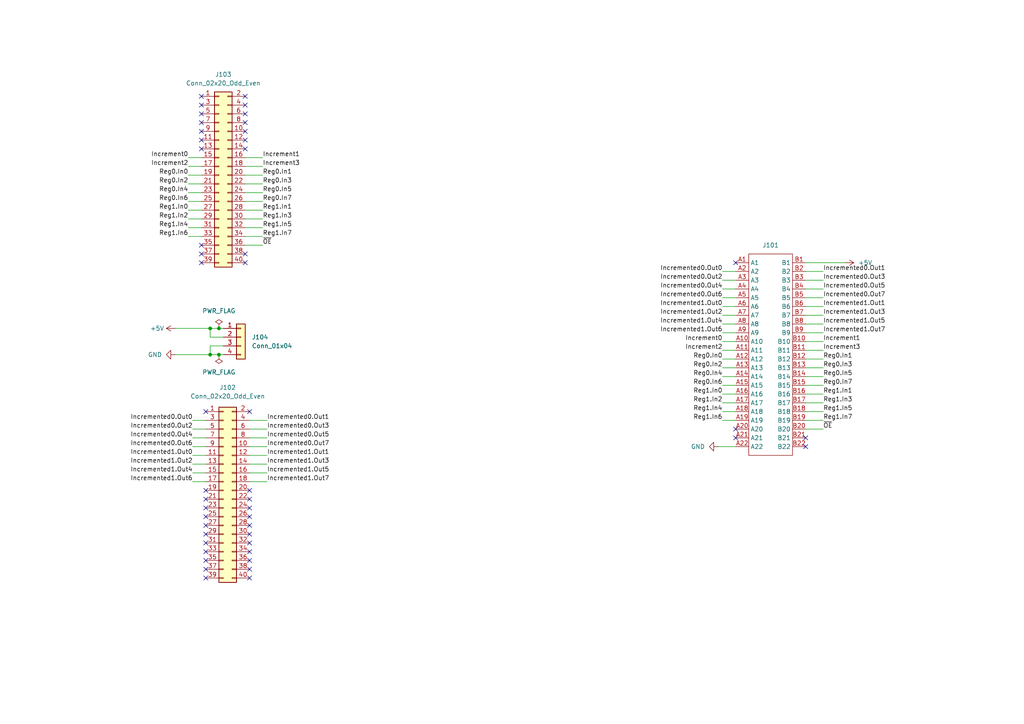
<source format=kicad_sch>
(kicad_sch (version 20231120) (generator "eeschema") (generator_version "8.0")
  (paper "A4")
  (title_block (title "Incrementer Connector"))
  (lib_symbols
    (symbol "BoardEdgeConnectors:TE-5530843-4"
      (property "Reference" "J" (at -0.254 30.988 0))
      (symbol "TE-5530843-4_0_1"
        (rectangle (start -6.35 29.21) (end 6.35 -29.21))
      )
      (symbol "TE-5530843-4_1_1"
        (pin passive line (at -10.16 26.67 0) (length 3.81) (name "A1") (number "A1"))
        (pin passive line (at -10.16 3.81 0) (length 3.81) (name "A10") (number "A10"))
        (pin passive line (at -10.16 1.27 0) (length 3.81) (name "A11") (number "A11"))
        (pin passive line (at -10.16 -1.27 0) (length 3.81) (name "A12") (number "A12"))
        (pin passive line (at -10.16 -3.81 0) (length 3.81) (name "A13") (number "A13"))
        (pin passive line (at -10.16 -6.35 0) (length 3.81) (name "A14") (number "A14"))
        (pin passive line (at -10.16 -8.89 0) (length 3.81) (name "A15") (number "A15"))
        (pin passive line (at -10.16 -11.43 0) (length 3.81) (name "A16") (number "A16"))
        (pin passive line (at -10.16 -13.97 0) (length 3.81) (name "A17") (number "A17"))
        (pin passive line (at -10.16 -16.51 0) (length 3.81) (name "A18") (number "A18"))
        (pin passive line (at -10.16 -19.05 0) (length 3.81) (name "A19") (number "A19"))
        (pin passive line (at -10.16 24.13 0) (length 3.81) (name "A2") (number "A2"))
        (pin passive line (at -10.16 -21.59 0) (length 3.81) (name "A20") (number "A20"))
        (pin passive line (at -10.16 -24.13 0) (length 3.81) (name "A21") (number "A21"))
        (pin passive line (at -10.16 -26.67 0) (length 3.81) (name "A22") (number "A22"))
        (pin passive line (at -10.16 21.59 0) (length 3.81) (name "A3") (number "A3"))
        (pin passive line (at -10.16 19.05 0) (length 3.81) (name "A4") (number "A4"))
        (pin passive line (at -10.16 16.51 0) (length 3.81) (name "A5") (number "A5"))
        (pin passive line (at -10.16 13.97 0) (length 3.81) (name "A6") (number "A6"))
        (pin passive line (at -10.16 11.43 0) (length 3.81) (name "A7") (number "A7"))
        (pin passive line (at -10.16 8.89 0) (length 3.81) (name "A8") (number "A8"))
        (pin passive line (at -10.16 6.35 0) (length 3.81) (name "A9") (number "A9"))
        (pin passive line (at 10.16 26.67 180) (length 3.81) (name "B1") (number "B1"))
        (pin passive line (at 10.16 3.81 180) (length 3.81) (name "B10") (number "B10"))
        (pin passive line (at 10.16 1.27 180) (length 3.81) (name "B11") (number "B11"))
        (pin passive line (at 10.16 -1.27 180) (length 3.81) (name "B12") (number "B12"))
        (pin passive line (at 10.16 -3.81 180) (length 3.81) (name "B13") (number "B13"))
        (pin passive line (at 10.16 -6.35 180) (length 3.81) (name "B14") (number "B14"))
        (pin passive line (at 10.16 -8.89 180) (length 3.81) (name "B15") (number "B15"))
        (pin passive line (at 10.16 -11.43 180) (length 3.81) (name "B16") (number "B16"))
        (pin passive line (at 10.16 -13.97 180) (length 3.81) (name "B17") (number "B17"))
        (pin passive line (at 10.16 -16.51 180) (length 3.81) (name "B18") (number "B18"))
        (pin passive line (at 10.16 -19.05 180) (length 3.81) (name "B19") (number "B19"))
        (pin passive line (at 10.16 24.13 180) (length 3.81) (name "B2") (number "B2"))
        (pin passive line (at 10.16 -21.59 180) (length 3.81) (name "B20") (number "B20"))
        (pin passive line (at 10.16 -24.13 180) (length 3.81) (name "B21") (number "B21"))
        (pin passive line (at 10.16 -26.67 180) (length 3.81) (name "B22") (number "B22"))
        (pin passive line (at 10.16 21.59 180) (length 3.81) (name "B3") (number "B3"))
        (pin passive line (at 10.16 19.05 180) (length 3.81) (name "B4") (number "B4"))
        (pin passive line (at 10.16 16.51 180) (length 3.81) (name "B5") (number "B5"))
        (pin passive line (at 10.16 13.97 180) (length 3.81) (name "B6") (number "B6"))
        (pin passive line (at 10.16 11.43 180) (length 3.81) (name "B7") (number "B7"))
        (pin passive line (at 10.16 8.89 180) (length 3.81) (name "B8") (number "B8"))
        (pin passive line (at 10.16 6.35 180) (length 3.81) (name "B9") (number "B9"))
      )
    )
    (symbol "Connector_Generic:Conn_01x04" (pin_names (offset 1.016) hide)
      (property "Reference" "J" (at 0 5.08 0))
      (property "Value" "Conn_01x04" (at 0 -7.62 0))
      (symbol "Conn_01x04_1_1"
        (rectangle (start -1.27 -4.953) (end 0 -5.207) (stroke (width 0.1524)))
        (rectangle (start -1.27 -2.413) (end 0 -2.667) (stroke (width 0.1524)))
        (rectangle (start -1.27 0.127) (end 0 -0.127) (stroke (width 0.1524)))
        (rectangle (start -1.27 2.667) (end 0 2.413) (stroke (width 0.1524)))
        (rectangle (start -1.27 3.81) (end 1.27 -6.35) (stroke (width 0.254)) (fill (type background)))
        (pin passive line (at -5.08 2.54 0) (length 3.81) (name "Pin_1") (number "1"))
        (pin passive line (at -5.08 0 0) (length 3.81) (name "Pin_2") (number "2"))
        (pin passive line (at -5.08 -2.54 0) (length 3.81) (name "Pin_3") (number "3"))
        (pin passive line (at -5.08 -5.08 0) (length 3.81) (name "Pin_4") (number "4"))
      )
    )
    (symbol "Connector_Generic:Conn_02x20_Odd_Even" (pin_names (offset 1.016) hide)
      (property "Reference" "J" (at 1.27 25.4 0))
      (property "Value" "Conn_02x20_Odd_Even" (at 1.27 -27.94 0))
      (symbol "Conn_02x20_Odd_Even_1_1"
        (rectangle (start -1.27 -25.273) (end 0 -25.527) (stroke (width 0.1524)))
        (rectangle (start -1.27 -22.733) (end 0 -22.987) (stroke (width 0.1524)))
        (rectangle (start -1.27 -20.193) (end 0 -20.447) (stroke (width 0.1524)))
        (rectangle (start -1.27 -17.653) (end 0 -17.907) (stroke (width 0.1524)))
        (rectangle (start -1.27 -15.113) (end 0 -15.367) (stroke (width 0.1524)))
        (rectangle (start -1.27 -12.573) (end 0 -12.827) (stroke (width 0.1524)))
        (rectangle (start -1.27 -10.033) (end 0 -10.287) (stroke (width 0.1524)))
        (rectangle (start -1.27 -7.493) (end 0 -7.747) (stroke (width 0.1524)))
        (rectangle (start -1.27 -4.953) (end 0 -5.207) (stroke (width 0.1524)))
        (rectangle (start -1.27 -2.413) (end 0 -2.667) (stroke (width 0.1524)))
        (rectangle (start -1.27 0.127) (end 0 -0.127) (stroke (width 0.1524)))
        (rectangle (start -1.27 2.667) (end 0 2.413) (stroke (width 0.1524)))
        (rectangle (start -1.27 5.207) (end 0 4.953) (stroke (width 0.1524)))
        (rectangle (start -1.27 7.747) (end 0 7.493) (stroke (width 0.1524)))
        (rectangle (start -1.27 10.287) (end 0 10.033) (stroke (width 0.1524)))
        (rectangle (start -1.27 12.827) (end 0 12.573) (stroke (width 0.1524)))
        (rectangle (start -1.27 15.367) (end 0 15.113) (stroke (width 0.1524)))
        (rectangle (start -1.27 17.907) (end 0 17.653) (stroke (width 0.1524)))
        (rectangle (start -1.27 20.447) (end 0 20.193) (stroke (width 0.1524)))
        (rectangle (start -1.27 22.987) (end 0 22.733) (stroke (width 0.1524)))
        (rectangle (start -1.27 24.13) (end 3.81 -26.67) (stroke (width 0.254)) (fill (type background)))
        (rectangle (start 3.81 -25.273) (end 2.54 -25.527) (stroke (width 0.1524)))
        (rectangle (start 3.81 -22.733) (end 2.54 -22.987) (stroke (width 0.1524)))
        (rectangle (start 3.81 -20.193) (end 2.54 -20.447) (stroke (width 0.1524)))
        (rectangle (start 3.81 -17.653) (end 2.54 -17.907) (stroke (width 0.1524)))
        (rectangle (start 3.81 -15.113) (end 2.54 -15.367) (stroke (width 0.1524)))
        (rectangle (start 3.81 -12.573) (end 2.54 -12.827) (stroke (width 0.1524)))
        (rectangle (start 3.81 -10.033) (end 2.54 -10.287) (stroke (width 0.1524)))
        (rectangle (start 3.81 -7.493) (end 2.54 -7.747) (stroke (width 0.1524)))
        (rectangle (start 3.81 -4.953) (end 2.54 -5.207) (stroke (width 0.1524)))
        (rectangle (start 3.81 -2.413) (end 2.54 -2.667) (stroke (width 0.1524)))
        (rectangle (start 3.81 0.127) (end 2.54 -0.127) (stroke (width 0.1524)))
        (rectangle (start 3.81 2.667) (end 2.54 2.413) (stroke (width 0.1524)))
        (rectangle (start 3.81 5.207) (end 2.54 4.953) (stroke (width 0.1524)))
        (rectangle (start 3.81 7.747) (end 2.54 7.493) (stroke (width 0.1524)))
        (rectangle (start 3.81 10.287) (end 2.54 10.033) (stroke (width 0.1524)))
        (rectangle (start 3.81 12.827) (end 2.54 12.573) (stroke (width 0.1524)))
        (rectangle (start 3.81 15.367) (end 2.54 15.113) (stroke (width 0.1524)))
        (rectangle (start 3.81 17.907) (end 2.54 17.653) (stroke (width 0.1524)))
        (rectangle (start 3.81 20.447) (end 2.54 20.193) (stroke (width 0.1524)))
        (rectangle (start 3.81 22.987) (end 2.54 22.733) (stroke (width 0.1524)))
        (pin passive line (at -5.08 22.86 0) (length 3.81) (name "Pin_1") (number "1"))
        (pin passive line (at 7.62 12.7 180) (length 3.81) (name "Pin_10") (number "10"))
        (pin passive line (at -5.08 10.16 0) (length 3.81) (name "Pin_11") (number "11"))
        (pin passive line (at 7.62 10.16 180) (length 3.81) (name "Pin_12") (number "12"))
        (pin passive line (at -5.08 7.62 0) (length 3.81) (name "Pin_13") (number "13"))
        (pin passive line (at 7.62 7.62 180) (length 3.81) (name "Pin_14") (number "14"))
        (pin passive line (at -5.08 5.08 0) (length 3.81) (name "Pin_15") (number "15"))
        (pin passive line (at 7.62 5.08 180) (length 3.81) (name "Pin_16") (number "16"))
        (pin passive line (at -5.08 2.54 0) (length 3.81) (name "Pin_17") (number "17"))
        (pin passive line (at 7.62 2.54 180) (length 3.81) (name "Pin_18") (number "18"))
        (pin passive line (at -5.08 0 0) (length 3.81) (name "Pin_19") (number "19"))
        (pin passive line (at 7.62 22.86 180) (length 3.81) (name "Pin_2") (number "2"))
        (pin passive line (at 7.62 0 180) (length 3.81) (name "Pin_20") (number "20"))
        (pin passive line (at -5.08 -2.54 0) (length 3.81) (name "Pin_21") (number "21"))
        (pin passive line (at 7.62 -2.54 180) (length 3.81) (name "Pin_22") (number "22"))
        (pin passive line (at -5.08 -5.08 0) (length 3.81) (name "Pin_23") (number "23"))
        (pin passive line (at 7.62 -5.08 180) (length 3.81) (name "Pin_24") (number "24"))
        (pin passive line (at -5.08 -7.62 0) (length 3.81) (name "Pin_25") (number "25"))
        (pin passive line (at 7.62 -7.62 180) (length 3.81) (name "Pin_26") (number "26"))
        (pin passive line (at -5.08 -10.16 0) (length 3.81) (name "Pin_27") (number "27"))
        (pin passive line (at 7.62 -10.16 180) (length 3.81) (name "Pin_28") (number "28"))
        (pin passive line (at -5.08 -12.7 0) (length 3.81) (name "Pin_29") (number "29"))
        (pin passive line (at -5.08 20.32 0) (length 3.81) (name "Pin_3") (number "3"))
        (pin passive line (at 7.62 -12.7 180) (length 3.81) (name "Pin_30") (number "30"))
        (pin passive line (at -5.08 -15.24 0) (length 3.81) (name "Pin_31") (number "31"))
        (pin passive line (at 7.62 -15.24 180) (length 3.81) (name "Pin_32") (number "32"))
        (pin passive line (at -5.08 -17.78 0) (length 3.81) (name "Pin_33") (number "33"))
        (pin passive line (at 7.62 -17.78 180) (length 3.81) (name "Pin_34") (number "34"))
        (pin passive line (at -5.08 -20.32 0) (length 3.81) (name "Pin_35") (number "35"))
        (pin passive line (at 7.62 -20.32 180) (length 3.81) (name "Pin_36") (number "36"))
        (pin passive line (at -5.08 -22.86 0) (length 3.81) (name "Pin_37") (number "37"))
        (pin passive line (at 7.62 -22.86 180) (length 3.81) (name "Pin_38") (number "38"))
        (pin passive line (at -5.08 -25.4 0) (length 3.81) (name "Pin_39") (number "39"))
        (pin passive line (at 7.62 20.32 180) (length 3.81) (name "Pin_4") (number "4"))
        (pin passive line (at 7.62 -25.4 180) (length 3.81) (name "Pin_40") (number "40"))
        (pin passive line (at -5.08 17.78 0) (length 3.81) (name "Pin_5") (number "5"))
        (pin passive line (at 7.62 17.78 180) (length 3.81) (name "Pin_6") (number "6"))
        (pin passive line (at -5.08 15.24 0) (length 3.81) (name "Pin_7") (number "7"))
        (pin passive line (at 7.62 15.24 180) (length 3.81) (name "Pin_8") (number "8"))
        (pin passive line (at -5.08 12.7 0) (length 3.81) (name "Pin_9") (number "9"))
      )
    )
    (symbol "power:+5V" (power) (pin_names (offset 0))
      (property "Value" "+5V" (at 0 3.556 0))
      (symbol "+5V_0_1"
        (polyline (pts (xy -0.762 1.27) (xy 0 2.54)))
        (polyline (pts (xy 0 0) (xy 0 2.54)))
        (polyline (pts (xy 0 2.54) (xy 0.762 1.27)))
      )
      (symbol "+5V_1_1"
        (pin power_in line (at 0 0 90) (length 0) hide (name "+5V") (number "1"))
      )
    )
    (symbol "power:GND" (power) (pin_names (offset 0))
      (property "Value" "GND" (at 0 -3.81 0))
      (symbol "GND_0_1"
        (polyline (pts (xy 0 0) (xy 0 -1.27) (xy 1.27 -1.27) (xy 0 -2.54) (xy -1.27 -1.27) (xy 0 -1.27)))
      )
      (symbol "GND_1_1"
        (pin power_in line (at 0 0 270) (length 0) hide (name "GND") (number "1"))
      )
    )
    (symbol "power:PWR_FLAG" (power) (pin_numbers hide) (pin_names (offset 0) hide)
      (property "Value" "PWR_FLAG" (at 0 3.81 0))
      (symbol "PWR_FLAG_0_0"
        (pin power_out line (at 0 0 90) (length 0) (name "~") (number "1"))
      )
      (symbol "PWR_FLAG_0_1"
        (polyline (pts (xy 0 0) (xy 0 1.27) (xy -1.016 1.905) (xy 0 2.54) (xy 1.016 1.905) (xy 0 1.27)))
      )
    )
  )
  (junction (at 63.5 102.87))
  (junction (at 63.5 95.25))
  (junction (at 60.96 95.25))
  (junction (at 60.96 102.87))
  (no_connect (at 72.39 154.94))
  (no_connect (at 58.42 27.94))
  (no_connect (at 59.69 142.24))
  (no_connect (at 72.39 162.56))
  (no_connect (at 213.36 127))
  (no_connect (at 58.42 33.02))
  (no_connect (at 59.69 152.4))
  (no_connect (at 59.69 144.78))
  (no_connect (at 71.12 33.02))
  (no_connect (at 58.42 76.2))
  (no_connect (at 59.69 147.32))
  (no_connect (at 58.42 71.12))
  (no_connect (at 71.12 76.2))
  (no_connect (at 72.39 147.32))
  (no_connect (at 233.68 127))
  (no_connect (at 71.12 40.64))
  (no_connect (at 59.69 160.02))
  (no_connect (at 72.39 119.38))
  (no_connect (at 213.36 76.2))
  (no_connect (at 72.39 167.64))
  (no_connect (at 71.12 35.56))
  (no_connect (at 58.42 35.56))
  (no_connect (at 72.39 165.1))
  (no_connect (at 213.36 124.46))
  (no_connect (at 58.42 30.48))
  (no_connect (at 72.39 142.24))
  (no_connect (at 59.69 167.64))
  (no_connect (at 72.39 149.86))
  (no_connect (at 71.12 38.1))
  (no_connect (at 59.69 157.48))
  (no_connect (at 59.69 149.86))
  (no_connect (at 59.69 165.1))
  (no_connect (at 58.42 73.66))
  (no_connect (at 72.39 144.78))
  (no_connect (at 59.69 154.94))
  (no_connect (at 59.69 162.56))
  (no_connect (at 71.12 27.94))
  (no_connect (at 58.42 38.1))
  (no_connect (at 72.39 157.48))
  (no_connect (at 58.42 40.64))
  (no_connect (at 71.12 43.18))
  (no_connect (at 71.12 73.66))
  (no_connect (at 71.12 30.48))
  (no_connect (at 72.39 152.4))
  (no_connect (at 58.42 43.18))
  (no_connect (at 233.68 129.54))
  (no_connect (at 72.39 160.02))
  (no_connect (at 59.69 119.38))
  (wire (pts (xy 50.8 102.87) (xy 60.96 102.87)))
  (wire (pts (xy 233.68 109.22) (xy 238.76 109.22)))
  (wire (pts (xy 72.39 132.08) (xy 77.47 132.08)))
  (wire (pts (xy 209.55 93.98) (xy 213.36 93.98)))
  (wire (pts (xy 50.8 95.25) (xy 60.96 95.25)))
  (wire (pts (xy 209.55 86.36) (xy 213.36 86.36)))
  (wire (pts (xy 233.68 93.98) (xy 238.76 93.98)))
  (wire (pts (xy 233.68 106.68) (xy 238.76 106.68)))
  (wire (pts (xy 72.39 129.54) (xy 77.47 129.54)))
  (wire (pts (xy 54.61 53.34) (xy 58.42 53.34)))
  (wire (pts (xy 233.68 99.06) (xy 238.76 99.06)))
  (wire (pts (xy 64.77 100.33) (xy 60.96 100.33)))
  (wire (pts (xy 60.96 95.25) (xy 63.5 95.25)))
  (wire (pts (xy 233.68 101.6) (xy 238.76 101.6)))
  (wire (pts (xy 54.61 45.72) (xy 58.42 45.72)))
  (wire (pts (xy 72.39 127) (xy 77.47 127)))
  (wire (pts (xy 71.12 66.04) (xy 76.2 66.04)))
  (wire (pts (xy 233.68 104.14) (xy 238.76 104.14)))
  (wire (pts (xy 209.55 121.92) (xy 213.36 121.92)))
  (wire (pts (xy 233.68 116.84) (xy 238.76 116.84)))
  (wire (pts (xy 233.68 78.74) (xy 238.76 78.74)))
  (wire (pts (xy 71.12 50.8) (xy 76.2 50.8)))
  (wire (pts (xy 209.55 81.28) (xy 213.36 81.28)))
  (wire (pts (xy 209.55 91.44) (xy 213.36 91.44)))
  (wire (pts (xy 209.55 96.52) (xy 213.36 96.52)))
  (wire (pts (xy 233.68 121.92) (xy 238.76 121.92)))
  (wire (pts (xy 233.68 88.9) (xy 238.76 88.9)))
  (wire (pts (xy 55.88 129.54) (xy 59.69 129.54)))
  (wire (pts (xy 71.12 48.26) (xy 76.2 48.26)))
  (wire (pts (xy 54.61 63.5) (xy 58.42 63.5)))
  (wire (pts (xy 72.39 134.62) (xy 77.47 134.62)))
  (wire (pts (xy 55.88 124.46) (xy 59.69 124.46)))
  (wire (pts (xy 71.12 63.5) (xy 76.2 63.5)))
  (wire (pts (xy 72.39 137.16) (xy 77.47 137.16)))
  (wire (pts (xy 54.61 68.58) (xy 58.42 68.58)))
  (wire (pts (xy 233.68 86.36) (xy 238.76 86.36)))
  (wire (pts (xy 55.88 139.7) (xy 59.69 139.7)))
  (wire (pts (xy 64.77 97.79) (xy 60.96 97.79)))
  (wire (pts (xy 209.55 114.3) (xy 213.36 114.3)))
  (wire (pts (xy 55.88 127) (xy 59.69 127)))
  (wire (pts (xy 233.68 91.44) (xy 238.76 91.44)))
  (wire (pts (xy 63.5 102.87) (xy 64.77 102.87)))
  (wire (pts (xy 209.55 83.82) (xy 213.36 83.82)))
  (wire (pts (xy 209.55 119.38) (xy 213.36 119.38)))
  (wire (pts (xy 209.55 88.9) (xy 213.36 88.9)))
  (wire (pts (xy 71.12 45.72) (xy 76.2 45.72)))
  (wire (pts (xy 233.68 83.82) (xy 238.76 83.82)))
  (wire (pts (xy 54.61 48.26) (xy 58.42 48.26)))
  (wire (pts (xy 233.68 76.2) (xy 245.11 76.2)))
  (wire (pts (xy 54.61 66.04) (xy 58.42 66.04)))
  (wire (pts (xy 233.68 96.52) (xy 238.76 96.52)))
  (wire (pts (xy 233.68 119.38) (xy 238.76 119.38)))
  (wire (pts (xy 71.12 60.96) (xy 76.2 60.96)))
  (wire (pts (xy 72.39 139.7) (xy 77.47 139.7)))
  (wire (pts (xy 54.61 55.88) (xy 58.42 55.88)))
  (wire (pts (xy 55.88 134.62) (xy 59.69 134.62)))
  (wire (pts (xy 233.68 111.76) (xy 238.76 111.76)))
  (wire (pts (xy 55.88 137.16) (xy 59.69 137.16)))
  (wire (pts (xy 209.55 111.76) (xy 213.36 111.76)))
  (wire (pts (xy 72.39 124.46) (xy 77.47 124.46)))
  (wire (pts (xy 55.88 121.92) (xy 59.69 121.92)))
  (wire (pts (xy 209.55 106.68) (xy 213.36 106.68)))
  (wire (pts (xy 209.55 78.74) (xy 213.36 78.74)))
  (wire (pts (xy 54.61 60.96) (xy 58.42 60.96)))
  (wire (pts (xy 63.5 95.25) (xy 64.77 95.25)))
  (wire (pts (xy 209.55 101.6) (xy 213.36 101.6)))
  (wire (pts (xy 54.61 58.42) (xy 58.42 58.42)))
  (wire (pts (xy 60.96 97.79) (xy 60.96 95.25)))
  (wire (pts (xy 60.96 102.87) (xy 63.5 102.87)))
  (wire (pts (xy 233.68 114.3) (xy 238.76 114.3)))
  (wire (pts (xy 71.12 58.42) (xy 76.2 58.42)))
  (wire (pts (xy 72.39 121.92) (xy 77.47 121.92)))
  (wire (pts (xy 55.88 132.08) (xy 59.69 132.08)))
  (wire (pts (xy 209.55 104.14) (xy 213.36 104.14)))
  (wire (pts (xy 71.12 53.34) (xy 76.2 53.34)))
  (wire (pts (xy 71.12 68.58) (xy 76.2 68.58)))
  (wire (pts (xy 71.12 55.88) (xy 76.2 55.88)))
  (wire (pts (xy 71.12 71.12) (xy 76.2 71.12)))
  (wire (pts (xy 60.96 100.33) (xy 60.96 102.87)))
  (wire (pts (xy 54.61 50.8) (xy 58.42 50.8)))
  (wire (pts (xy 233.68 81.28) (xy 238.76 81.28)))
  (wire (pts (xy 233.68 124.46) (xy 238.76 124.46)))
  (wire (pts (xy 209.55 116.84) (xy 213.36 116.84)))
  (wire (pts (xy 209.55 109.22) (xy 213.36 109.22)))
  (wire (pts (xy 208.28 129.54) (xy 213.36 129.54)))
  (wire (pts (xy 209.55 99.06) (xy 213.36 99.06)))
  (label "Reg1.In7" (at 76.2 68.58 0))
  (label "Reg0.In5" (at 76.2 55.88 0))
  (label "Incremented0.Out7" (at 77.47 129.54 0))
  (label "Reg0.In1" (at 76.2 50.8 0))
  (label "Reg0.In3" (at 238.76 106.68 0))
  (label "Incremented1.Out4" (at 209.55 93.98 180))
  (label "Incremented1.Out7" (at 238.76 96.52 0))
  (label "Reg1.In1" (at 238.76 114.3 0))
  (label "Reg1.In4" (at 209.55 119.38 180))
  (label "Increment2" (at 209.55 101.6 180))
  (label "Reg1.In2" (at 54.61 63.5 180))
  (label "Increment3" (at 238.76 101.6 0))
  (label "Incremented0.Out6" (at 55.88 129.54 180))
  (label "Incremented1.Out6" (at 55.88 139.7 180))
  (label "Incremented1.Out5" (at 238.76 93.98 0))
  (label "Incremented1.Out5" (at 77.47 137.16 0))
  (label "Incremented1.Out3" (at 238.76 91.44 0))
  (label "Incremented0.Out3" (at 238.76 81.28 0))
  (label "Reg1.In3" (at 76.2 63.5 0))
  (label "Reg1.In6" (at 209.55 121.92 180))
  (label "Reg1.In0" (at 54.61 60.96 180))
  (label "Incremented1.Out0" (at 209.55 88.9 180))
  (label "Reg1.In7" (at 238.76 121.92 0))
  (label "Incremented0.Out4" (at 209.55 83.82 180))
  (label "Reg0.In4" (at 209.55 109.22 180))
  (label "Reg1.In5" (at 238.76 119.38 0))
  (label "Incremented0.Out6" (at 209.55 86.36 180))
  (label "~{OE}" (at 238.76 124.46 0))
  (label "Reg0.In2" (at 209.55 106.68 180))
  (label "Reg0.In5" (at 238.76 109.22 0))
  (label "Reg1.In6" (at 54.61 68.58 180))
  (label "Reg0.In0" (at 54.61 50.8 180))
  (label "Incremented0.Out2" (at 209.55 81.28 180))
  (label "Incremented0.Out2" (at 55.88 124.46 180))
  (label "Reg1.In5" (at 76.2 66.04 0))
  (label "Reg1.In1" (at 76.2 60.96 0))
  (label "Incremented1.Out3" (at 77.47 134.62 0))
  (label "Reg0.In0" (at 209.55 104.14 180))
  (label "Increment1" (at 238.76 99.06 0))
  (label "Incremented1.Out1" (at 238.76 88.9 0))
  (label "Reg1.In4" (at 54.61 66.04 180))
  (label "Reg1.In2" (at 209.55 116.84 180))
  (label "Incremented0.Out5" (at 238.76 83.82 0))
  (label "Incremented0.Out7" (at 238.76 86.36 0))
  (label "Incremented0.Out1" (at 77.47 121.92 0))
  (label "Increment0" (at 54.61 45.72 180))
  (label "Incremented1.Out0" (at 55.88 132.08 180))
  (label "Incremented1.Out2" (at 55.88 134.62 180))
  (label "Incremented0.Out3" (at 77.47 124.46 0))
  (label "Incremented1.Out4" (at 55.88 137.16 180))
  (label "Incremented1.Out6" (at 209.55 96.52 180))
  (label "Incremented1.Out2" (at 209.55 91.44 180))
  (label "Reg1.In3" (at 238.76 116.84 0))
  (label "Increment1" (at 76.2 45.72 0))
  (label "Incremented0.Out0" (at 209.55 78.74 180))
  (label "Reg0.In3" (at 76.2 53.34 0))
  (label "Reg0.In1" (at 238.76 104.14 0))
  (label "Increment2" (at 54.61 48.26 180))
  (label "~{OE}" (at 76.2 71.12 0))
  (label "Increment0" (at 209.55 99.06 180))
  (label "Reg0.In2" (at 54.61 53.34 180))
  (label "Reg0.In7" (at 238.76 111.76 0))
  (label "Incremented1.Out1" (at 77.47 132.08 0))
  (label "Increment3" (at 76.2 48.26 0))
  (label "Incremented0.Out5" (at 77.47 127 0))
  (label "Incremented0.Out4" (at 55.88 127 180))
  (label "Incremented0.Out0" (at 55.88 121.92 180))
  (label "Incremented0.Out1" (at 238.76 78.74 0))
  (label "Reg1.In0" (at 209.55 114.3 180))
  (label "Incremented1.Out7" (at 77.47 139.7 0))
  (label "Reg0.In4" (at 54.61 55.88 180))
  (label "Reg0.In6" (at 54.61 58.42 180))
  (label "Reg0.In7" (at 76.2 58.42 0))
  (label "Reg0.In6" (at 209.55 111.76 180))
  (symbol (lib_id "power:PWR_FLAG") (at 63.5 95.25 0) (unit 1)
    (property "Reference" "#FLG0103" (effects (hide yes)))
    (property "Value" "PWR_FLAG" (at 63.5 90.17 0))
  )
  (symbol (lib_id "Connector_Generic:Conn_02x20_Odd_Even") (at 63.5 50.8 0) (unit 1)
    (property "Reference" "J103" (at 64.77 21.59 0))
    (property "Value" "Conn_02x20_Odd_Even" (at 64.77 24.13 0))
    (property "Footprint" "Connector_PinHeader_2.54mm:PinHeader_2x20_P2.54mm_Vertical" (effects (hide yes)))
  )
  (symbol (lib_id "power:+5V") (at 245.11 76.2 270) (unit 1)
    (property "Reference" "#PWR0102" (effects (hide yes)))
    (property "Value" "+5V" (at 248.92 76.1999 90) (effects (justify left)))
    (property "Description" "Power symbol creates a global label with name \"+5V\"" (effects (hide yes)))
  )
  (symbol (lib_id "power:GND") (at 208.28 129.54 270) (unit 1)
    (property "Reference" "#PWR0101" (effects (hide yes)))
    (property "Value" "GND" (at 204.47 129.5399 90) (effects (justify right)))
    (property "Description" "Power symbol creates a global label with name \"GND\" , ground" (effects (hide yes)))
  )
  (symbol (lib_id "power:GND") (at 50.8 102.87 270) (unit 1)
    (property "Reference" "#PWR0104" (effects (hide yes)))
    (property "Value" "GND" (at 46.99 102.8699 90) (effects (justify right)))
  )
  (symbol (lib_id "BoardEdgeConnectors:TE-5530843-4") (at 223.52 102.87 0) (unit 1)
    (property "Reference" "J101" (at 223.52 71.12 0))
    (property "Footprint" "BoardEdgeConnectors:TE-5530843-4-Mount" (effects (hide yes)))
    (property "Datasheet" "https://www.te.com/en/product-5530843-4.html" (effects (hide yes)))
    (property "Description" "44 contact board edge connector" (effects (hide yes)))
  )
  (symbol (lib_id "power:PWR_FLAG") (at 63.5 102.87 180) (unit 1)
    (property "Reference" "#FLG0104" (effects (hide yes)))
    (property "Value" "PWR_FLAG" (at 63.5 107.95 0))
  )
  (symbol (lib_id "Connector_Generic:Conn_01x04") (at 69.85 97.79 0) (unit 1)
    (property "Reference" "J104" (at 73.025 97.7899 0) (effects (justify left)))
    (property "Value" "Conn_01x04" (at 73.025 100.3299 0) (effects (justify left)))
    (property "Footprint" "Connector_PinHeader_2.54mm:PinHeader_1x04_P2.54mm_Vertical" (effects (hide yes)))
  )
  (symbol (lib_id "Connector_Generic:Conn_02x20_Odd_Even") (at 64.77 142.24 0) (unit 1)
    (property "Reference" "J102" (at 66.04 112.395 0))
    (property "Value" "Conn_02x20_Odd_Even" (at 66.04 114.935 0))
    (property "Footprint" "Connector_PinHeader_2.54mm:PinHeader_2x20_P2.54mm_Vertical" (effects (hide yes)))
  )
  (symbol (lib_id "power:+5V") (at 50.8 95.25 90) (unit 1)
    (property "Reference" "#PWR0103" (effects (hide yes)))
    (property "Value" "+5V" (at 47.625 95.2499 90) (effects (justify left)))
  )
)
</source>
